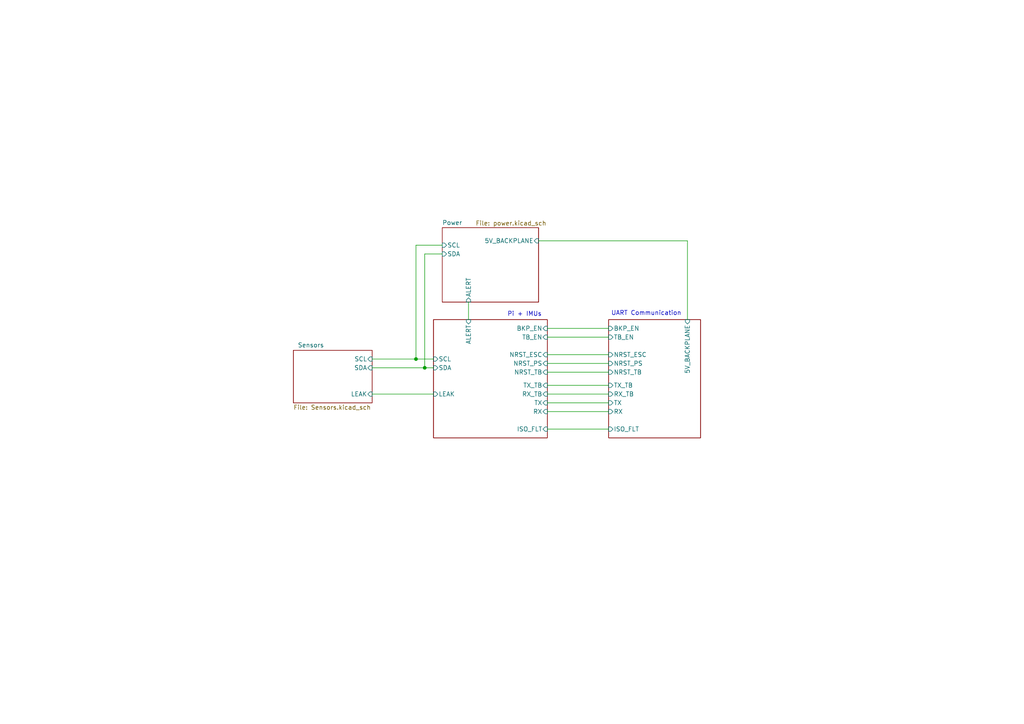
<source format=kicad_sch>
(kicad_sch
	(version 20231120)
	(generator "eeschema")
	(generator_version "8.0")
	(uuid "9eec1df9-cfd8-4f98-afed-20048a6985e2")
	(paper "A4")
	(lib_symbols)
	(junction
		(at 120.65 104.14)
		(diameter 0)
		(color 0 0 0 0)
		(uuid "69c2f5d0-f4e4-4875-b101-7a83e0087a84")
	)
	(junction
		(at 123.19 106.68)
		(diameter 0)
		(color 0 0 0 0)
		(uuid "94580737-9335-4d9f-9b0c-6fb51be0dd88")
	)
	(wire
		(pts
			(xy 158.75 102.87) (xy 176.53 102.87)
		)
		(stroke
			(width 0)
			(type default)
		)
		(uuid "084df38d-50e4-4769-a50f-d8e43bb0260f")
	)
	(wire
		(pts
			(xy 123.19 106.68) (xy 125.73 106.68)
		)
		(stroke
			(width 0)
			(type default)
		)
		(uuid "0feb4a63-418f-4496-9407-9c985f1aca4c")
	)
	(wire
		(pts
			(xy 128.27 71.12) (xy 120.65 71.12)
		)
		(stroke
			(width 0)
			(type default)
		)
		(uuid "10f52174-29b5-4df6-9fa2-f78cd46ffc39")
	)
	(wire
		(pts
			(xy 199.39 69.85) (xy 199.39 92.71)
		)
		(stroke
			(width 0)
			(type default)
		)
		(uuid "13ae61cc-79d2-473d-91e5-89fbebdae232")
	)
	(wire
		(pts
			(xy 128.27 73.66) (xy 123.19 73.66)
		)
		(stroke
			(width 0)
			(type default)
		)
		(uuid "2cccb1b7-7658-4bf7-9b2d-cbb7f64d8958")
	)
	(wire
		(pts
			(xy 107.95 104.14) (xy 120.65 104.14)
		)
		(stroke
			(width 0)
			(type default)
		)
		(uuid "312ec839-0b69-4b98-9f9a-eed924fc3791")
	)
	(wire
		(pts
			(xy 158.75 97.79) (xy 176.53 97.79)
		)
		(stroke
			(width 0)
			(type default)
		)
		(uuid "315eff5f-f776-462a-a0b3-6699d9f309d0")
	)
	(wire
		(pts
			(xy 120.65 71.12) (xy 120.65 104.14)
		)
		(stroke
			(width 0)
			(type default)
		)
		(uuid "323c5762-f9b5-47b3-b9ab-1bf01f256af5")
	)
	(wire
		(pts
			(xy 120.65 104.14) (xy 125.73 104.14)
		)
		(stroke
			(width 0)
			(type default)
		)
		(uuid "3979b8c3-56f5-4561-8c5f-aa1a1cddd1b4")
	)
	(wire
		(pts
			(xy 158.75 124.46) (xy 176.53 124.46)
		)
		(stroke
			(width 0)
			(type default)
		)
		(uuid "4229ab60-ecb4-4940-8706-24864dde5956")
	)
	(wire
		(pts
			(xy 156.21 69.85) (xy 199.39 69.85)
		)
		(stroke
			(width 0)
			(type default)
		)
		(uuid "55baa703-ced6-46f4-9d9e-50c14d7f353c")
	)
	(wire
		(pts
			(xy 158.75 105.41) (xy 176.53 105.41)
		)
		(stroke
			(width 0)
			(type default)
		)
		(uuid "56310f15-2085-4dec-96ac-3d8652b08f56")
	)
	(wire
		(pts
			(xy 158.75 119.38) (xy 176.53 119.38)
		)
		(stroke
			(width 0)
			(type default)
		)
		(uuid "56e0162a-a468-4d14-9221-0f19023c216a")
	)
	(wire
		(pts
			(xy 123.19 73.66) (xy 123.19 106.68)
		)
		(stroke
			(width 0)
			(type default)
		)
		(uuid "6db95e57-ee9f-46f9-812f-c8ddfa697add")
	)
	(wire
		(pts
			(xy 158.75 116.84) (xy 176.53 116.84)
		)
		(stroke
			(width 0)
			(type default)
		)
		(uuid "a2252e8c-69cc-450d-8db9-4ea3f4e2782a")
	)
	(wire
		(pts
			(xy 135.89 87.63) (xy 135.89 92.71)
		)
		(stroke
			(width 0)
			(type default)
		)
		(uuid "b4ca49b7-9afe-4813-87a8-e031c2cc2c7e")
	)
	(wire
		(pts
			(xy 158.75 111.76) (xy 176.53 111.76)
		)
		(stroke
			(width 0)
			(type default)
		)
		(uuid "c06429b7-3ec2-4e9e-ab3c-043a7c68aea6")
	)
	(wire
		(pts
			(xy 158.75 107.95) (xy 176.53 107.95)
		)
		(stroke
			(width 0)
			(type default)
		)
		(uuid "cd7b2cfd-1373-47e1-a518-c31f0a97e860")
	)
	(wire
		(pts
			(xy 107.95 106.68) (xy 123.19 106.68)
		)
		(stroke
			(width 0)
			(type default)
		)
		(uuid "d8020ab1-b05d-41ad-a6e9-5dfe9be28edd")
	)
	(wire
		(pts
			(xy 107.95 114.3) (xy 125.73 114.3)
		)
		(stroke
			(width 0)
			(type default)
		)
		(uuid "d88864c1-fff8-488e-807d-e5508134b555")
	)
	(wire
		(pts
			(xy 158.75 114.3) (xy 176.53 114.3)
		)
		(stroke
			(width 0)
			(type default)
		)
		(uuid "f23b7c73-f1d3-49ed-ad81-9604fe73e086")
	)
	(wire
		(pts
			(xy 158.75 95.25) (xy 176.53 95.25)
		)
		(stroke
			(width 0)
			(type default)
		)
		(uuid "f37e805e-405b-46f5-b358-35fc089e935b")
	)
	(text "UART Communication"
		(exclude_from_sim no)
		(at 187.452 90.932 0)
		(effects
			(font
				(size 1.27 1.27)
			)
		)
		(uuid "638112ce-4c47-47e9-b1f8-8ed75b9b5e41")
	)
	(text "Pi + IMUs"
		(exclude_from_sim no)
		(at 152.146 91.186 0)
		(effects
			(font
				(size 1.27 1.27)
			)
		)
		(uuid "dad5a2ff-4bf0-46b4-93e3-edc3b9818d41")
	)
	(sheet
		(at 125.73 92.71)
		(size 33.02 34.29)
		(fields_autoplaced yes)
		(stroke
			(width 0.1524)
			(type solid)
		)
		(fill
			(color 0 0 0 0.0000)
		)
		(uuid "5af2bbdc-46bd-42d2-88e3-703d9c80a5b0")
		(property "Sheetname" "Pi + IMU"
			(at 125.73 91.9984 0)
			(effects
				(font
					(size 1.27 1.27)
				)
				(justify left bottom)
				(hide yes)
			)
		)
		(property "Sheetfile" "pi_imu.kicad_sch"
			(at 125.73 127.5846 0)
			(effects
				(font
					(size 1.27 1.27)
				)
				(justify left top)
				(hide yes)
			)
		)
		(pin "NRST_PS" input
			(at 158.75 105.41 0)
			(effects
				(font
					(size 1.27 1.27)
				)
				(justify right)
			)
			(uuid "2daee00b-e042-43ae-92c3-7195087216e4")
		)
		(pin "NRST_ESC" input
			(at 158.75 102.87 0)
			(effects
				(font
					(size 1.27 1.27)
				)
				(justify right)
			)
			(uuid "9ea9c916-dbb7-4786-a4af-e2ac398d21f2")
		)
		(pin "SCL" input
			(at 125.73 104.14 180)
			(effects
				(font
					(size 1.27 1.27)
				)
				(justify left)
			)
			(uuid "cc6879f7-0651-4169-9f4c-2ad7d1840f50")
		)
		(pin "SDA" input
			(at 125.73 106.68 180)
			(effects
				(font
					(size 1.27 1.27)
				)
				(justify left)
			)
			(uuid "be443091-65e7-477b-95b0-a9344d03700f")
		)
		(pin "RX" input
			(at 158.75 119.38 0)
			(effects
				(font
					(size 1.27 1.27)
				)
				(justify right)
			)
			(uuid "793862fa-480f-4537-9395-3d186054edc4")
		)
		(pin "LEAK" input
			(at 125.73 114.3 180)
			(effects
				(font
					(size 1.27 1.27)
				)
				(justify left)
			)
			(uuid "2e1c20d4-530e-43ab-b9a4-038e82474411")
		)
		(pin "TB_EN" input
			(at 158.75 97.79 0)
			(effects
				(font
					(size 1.27 1.27)
				)
				(justify right)
			)
			(uuid "eca1765d-6f17-4e5d-8708-99824a65d13f")
		)
		(pin "ALERT" input
			(at 135.89 92.71 90)
			(effects
				(font
					(size 1.27 1.27)
				)
				(justify right)
			)
			(uuid "b7053df7-40f5-4076-8f12-77d5452ccb67")
		)
		(pin "BKP_EN" input
			(at 158.75 95.25 0)
			(effects
				(font
					(size 1.27 1.27)
				)
				(justify right)
			)
			(uuid "ca334123-53ec-44ef-9450-53389428f88d")
		)
		(pin "TX_TB" input
			(at 158.75 111.76 0)
			(effects
				(font
					(size 1.27 1.27)
				)
				(justify right)
			)
			(uuid "e04a0563-3773-40d2-a328-37feba55e444")
		)
		(pin "RX_TB" input
			(at 158.75 114.3 0)
			(effects
				(font
					(size 1.27 1.27)
				)
				(justify right)
			)
			(uuid "a4244d10-1231-4b01-99c4-bbf6245365de")
		)
		(pin "TX" input
			(at 158.75 116.84 0)
			(effects
				(font
					(size 1.27 1.27)
				)
				(justify right)
			)
			(uuid "3c5ca2ab-ced0-4961-830d-0783e6c98710")
		)
		(pin "ISO_FLT" input
			(at 158.75 124.46 0)
			(effects
				(font
					(size 1.27 1.27)
				)
				(justify right)
			)
			(uuid "5fdb0dd7-3e58-4f9b-9b42-bfa9bc67d2f7")
		)
		(pin "NRST_TB" input
			(at 158.75 107.95 0)
			(effects
				(font
					(size 1.27 1.27)
				)
				(justify right)
			)
			(uuid "0b629b9b-a4fd-402b-8290-b9a1276da6d1")
		)
		(instances
			(project "X17_Pi_Shield"
				(path "/9eec1df9-cfd8-4f98-afed-20048a6985e2"
					(page "3")
				)
			)
		)
	)
	(sheet
		(at 176.53 92.71)
		(size 26.67 34.29)
		(fields_autoplaced yes)
		(stroke
			(width 0.1524)
			(type solid)
		)
		(fill
			(color 0 0 0 0.0000)
		)
		(uuid "7463edb5-e9bc-436d-95e5-c231049e85db")
		(property "Sheetname" "UART"
			(at 176.53 91.9984 0)
			(effects
				(font
					(size 1.27 1.27)
				)
				(justify left bottom)
				(hide yes)
			)
		)
		(property "Sheetfile" "UART.kicad_sch"
			(at 176.53 127.5846 0)
			(effects
				(font
					(size 1.27 1.27)
				)
				(justify left top)
				(hide yes)
			)
		)
		(pin "NRST_ESC" input
			(at 176.53 102.87 180)
			(effects
				(font
					(size 1.27 1.27)
				)
				(justify left)
			)
			(uuid "1ea43ade-680b-47c6-97a2-8ee6b1c0dde3")
		)
		(pin "RX" input
			(at 176.53 119.38 180)
			(effects
				(font
					(size 1.27 1.27)
				)
				(justify left)
			)
			(uuid "ee64b9f4-cd63-4781-bcf2-60058cc6c07e")
		)
		(pin "BKP_EN" input
			(at 176.53 95.25 180)
			(effects
				(font
					(size 1.27 1.27)
				)
				(justify left)
			)
			(uuid "b8a5131c-e7c1-4d33-abe5-8fbf887d5606")
		)
		(pin "TX" input
			(at 176.53 116.84 180)
			(effects
				(font
					(size 1.27 1.27)
				)
				(justify left)
			)
			(uuid "e2f4f2a1-5333-4091-b5fe-fcd22310c5ee")
		)
		(pin "NRST_PS" input
			(at 176.53 105.41 180)
			(effects
				(font
					(size 1.27 1.27)
				)
				(justify left)
			)
			(uuid "1dea8749-67b1-48d0-93bd-d5479a868faa")
		)
		(pin "TB_EN" input
			(at 176.53 97.79 180)
			(effects
				(font
					(size 1.27 1.27)
				)
				(justify left)
			)
			(uuid "ed72f005-adee-4506-9d54-c9554454039c")
		)
		(pin "5V_BACKPLANE" input
			(at 199.39 92.71 90)
			(effects
				(font
					(size 1.27 1.27)
				)
				(justify right)
			)
			(uuid "413fb551-b3ad-4e14-bc28-7c9e912b0734")
		)
		(pin "RX_TB" input
			(at 176.53 114.3 180)
			(effects
				(font
					(size 1.27 1.27)
				)
				(justify left)
			)
			(uuid "14da8a47-e983-4ee1-9827-b5d811e56570")
		)
		(pin "TX_TB" input
			(at 176.53 111.76 180)
			(effects
				(font
					(size 1.27 1.27)
				)
				(justify left)
			)
			(uuid "4e9a6983-a2b7-4e23-bb94-c6421193c63f")
		)
		(pin "ISO_FLT" input
			(at 176.53 124.46 180)
			(effects
				(font
					(size 1.27 1.27)
				)
				(justify left)
			)
			(uuid "0dde9e2a-0faf-4024-976d-8dd3ad7930b2")
		)
		(pin "NRST_TB" input
			(at 176.53 107.95 180)
			(effects
				(font
					(size 1.27 1.27)
				)
				(justify left)
			)
			(uuid "fb603b18-b8f8-4e9c-ade6-9443cd97e16b")
		)
		(instances
			(project "X17_Pi_Shield"
				(path "/9eec1df9-cfd8-4f98-afed-20048a6985e2"
					(page "5")
				)
			)
		)
	)
	(sheet
		(at 85.09 101.6)
		(size 22.86 15.24)
		(stroke
			(width 0.1524)
			(type solid)
		)
		(fill
			(color 0 0 0 0.0000)
		)
		(uuid "ac9ebbc7-7dce-474a-a1ee-16705e6debeb")
		(property "Sheetname" "Sensors"
			(at 86.36 100.838 0)
			(effects
				(font
					(size 1.27 1.27)
				)
				(justify left bottom)
			)
		)
		(property "Sheetfile" "Sensors.kicad_sch"
			(at 85.09 117.4246 0)
			(effects
				(font
					(size 1.27 1.27)
				)
				(justify left top)
			)
		)
		(pin "LEAK" input
			(at 107.95 114.3 0)
			(effects
				(font
					(size 1.27 1.27)
				)
				(justify right)
			)
			(uuid "22e3afd6-c165-44f4-93f6-f99ac637c3bd")
		)
		(pin "SDA" input
			(at 107.95 106.68 0)
			(effects
				(font
					(size 1.27 1.27)
				)
				(justify right)
			)
			(uuid "dcacfeed-aa6a-4dee-b6cf-4c1a45a1e09b")
		)
		(pin "SCL" input
			(at 107.95 104.14 0)
			(effects
				(font
					(size 1.27 1.27)
				)
				(justify right)
			)
			(uuid "10e2ac87-02d5-4578-8b63-00b48aace265")
		)
		(instances
			(project "X17_Pi_Shield"
				(path "/9eec1df9-cfd8-4f98-afed-20048a6985e2"
					(page "4")
				)
			)
		)
	)
	(sheet
		(at 128.27 66.04)
		(size 27.94 21.59)
		(stroke
			(width 0.1524)
			(type solid)
		)
		(fill
			(color 0 0 0 0.0000)
		)
		(uuid "ec7ae690-5d93-4860-934d-c95cc3886eb6")
		(property "Sheetname" "Power"
			(at 128.27 65.3284 0)
			(effects
				(font
					(size 1.27 1.27)
				)
				(justify left bottom)
			)
		)
		(property "Sheetfile" "power.kicad_sch"
			(at 137.922 64.008 0)
			(effects
				(font
					(size 1.27 1.27)
				)
				(justify left top)
			)
		)
		(pin "5V_BACKPLANE" input
			(at 156.21 69.85 0)
			(effects
				(font
					(size 1.27 1.27)
				)
				(justify right)
			)
			(uuid "965be0c0-414c-466f-baa5-5649f5ba3fae")
		)
		(pin "ALERT" input
			(at 135.89 87.63 270)
			(effects
				(font
					(size 1.27 1.27)
				)
				(justify left)
			)
			(uuid "2f2857fa-b70e-424a-857f-4e509f73b213")
		)
		(pin "SDA" input
			(at 128.27 73.66 180)
			(effects
				(font
					(size 1.27 1.27)
				)
				(justify left)
			)
			(uuid "822940d1-8752-4f5c-a7a1-9c3c6e5c1c2e")
		)
		(pin "SCL" input
			(at 128.27 71.12 180)
			(effects
				(font
					(size 1.27 1.27)
				)
				(justify left)
			)
			(uuid "5a1fc40e-cf5d-4822-82aa-c8b42845f710")
		)
		(instances
			(project "X17_Pi_Shield"
				(path "/9eec1df9-cfd8-4f98-afed-20048a6985e2"
					(page "2")
				)
			)
		)
	)
	(sheet_instances
		(path "/"
			(page "1")
		)
	)
)

</source>
